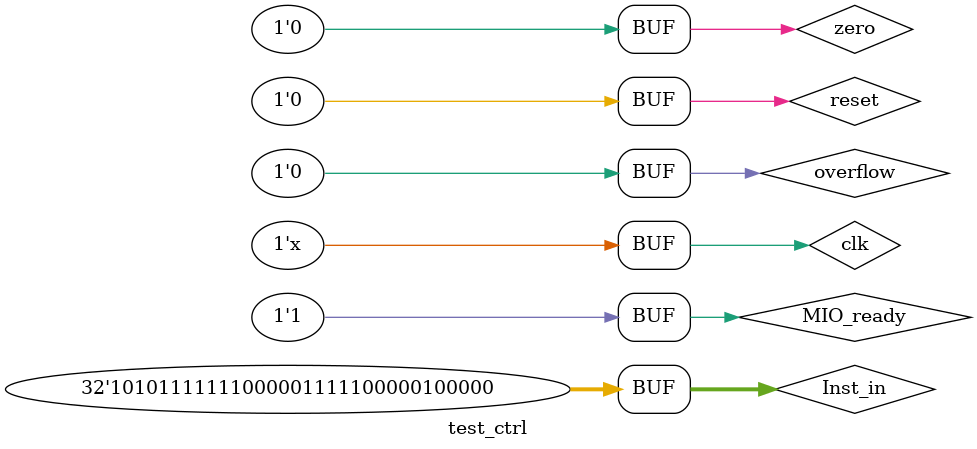
<source format=v>
`timescale 1ns / 1ps


module test_ctrl;

	// Inputs
	reg clk;
	reg reset;
	reg [31:0] Inst_in;
	reg zero;
	reg overflow;
	reg MIO_ready;

	// Outputs
	wire MemRead;
	wire MemWrite;
	wire [2:0] ALU_operation;
	wire [4:0] state_out;
	wire CPU_MIO;
	wire IorD;
	wire IRWrite;
	wire [1:0] RegDst;
	wire RegWrite;
	wire [1:0] MemtoReg;
	wire ALUSrcA;
	wire [1:0] ALUSrcB;
	wire [1:0] PCSource;
	wire PCWrite;
	wire PCWriteCond;
	wire Branch;

	// Instantiate the Unit Under Test (UUT)
	ctrl uut (
		.clk(clk), 
		.reset(reset), 
		.Inst_in(Inst_in), 
		.zero(zero), 
		.overflow(overflow), 
		.MIO_ready(MIO_ready), 
		.MemRead(MemRead), 
		.MemWrite(MemWrite), 
		.ALU_operation(ALU_operation), 
		.state_out(state_out), 
		.CPU_MIO(CPU_MIO), 
		.IorD(IorD), 
		.IRWrite(IRWrite), 
		.RegDst(RegDst), 
		.RegWrite(RegWrite), 
		.MemtoReg(MemtoReg), 
		.ALUSrcA(ALUSrcA), 
		.ALUSrcB(ALUSrcB), 
		.PCSource(PCSource), 
		.PCWrite(PCWrite), 
		.PCWriteCond(PCWriteCond), 
		.Branch(Branch)
	);

	initial begin
		// Initialize Inputs
		clk = 0;
		reset = 0;
		zero = 0;
		overflow = 0;
		MIO_ready = 1;

		// Wait 100 ns for global reset to finish

		Inst_in = 32'b00000011111000001111100000100000;
		#400;
		Inst_in = 32'b10001111111000001111100000100000;
		#500;
		Inst_in = 32'b10101111111000001111100000100000;
		#400;
		
		// Add stimulus here

	end
	
	always begin
		clk = ~clk;
		#50;
	end
      
endmodule


</source>
